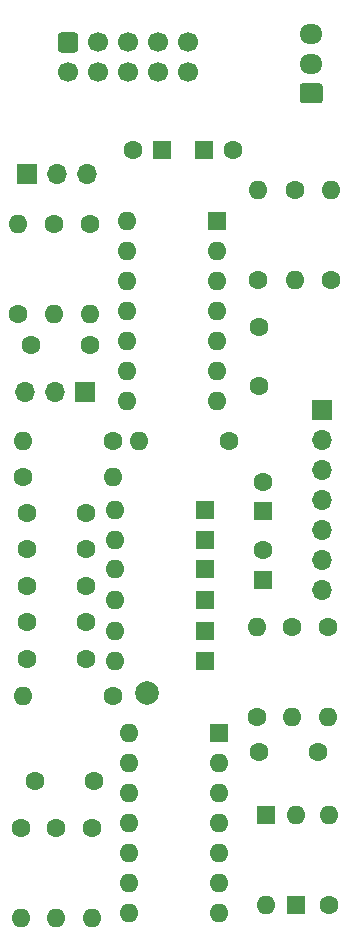
<source format=gbr>
%TF.GenerationSoftware,KiCad,Pcbnew,5.1.9+dfsg1-1~bpo10+1*%
%TF.CreationDate,2022-02-08T03:17:38+08:00*%
%TF.ProjectId,MiniVCF v1.0 - Main,4d696e69-5643-4462-9076-312e30202d20,rev?*%
%TF.SameCoordinates,Original*%
%TF.FileFunction,Soldermask,Top*%
%TF.FilePolarity,Negative*%
%FSLAX46Y46*%
G04 Gerber Fmt 4.6, Leading zero omitted, Abs format (unit mm)*
G04 Created by KiCad (PCBNEW 5.1.9+dfsg1-1~bpo10+1) date 2022-02-08 03:17:38*
%MOMM*%
%LPD*%
G01*
G04 APERTURE LIST*
%ADD10C,2.000000*%
%ADD11R,1.600000X1.600000*%
%ADD12O,1.600000X1.600000*%
%ADD13C,1.600000*%
%ADD14O,1.950000X1.700000*%
%ADD15C,1.700000*%
%ADD16O,1.700000X1.700000*%
%ADD17R,1.700000X1.700000*%
G04 APERTURE END LIST*
D10*
%TO.C,REF\u002A\u002A*%
X116713000Y-112980000D03*
%TD*%
D11*
%TO.C,U2*%
X122800000Y-116400000D03*
D12*
X115180000Y-131640000D03*
X122800000Y-118940000D03*
X115180000Y-129100000D03*
X122800000Y-121480000D03*
X115180000Y-126560000D03*
X122800000Y-124020000D03*
X115180000Y-124020000D03*
X122800000Y-126560000D03*
X115180000Y-121480000D03*
X122800000Y-129100000D03*
X115180000Y-118940000D03*
X122800000Y-131640000D03*
X115180000Y-116400000D03*
%TD*%
D11*
%TO.C,D11*%
X126800000Y-123300000D03*
D12*
X126800000Y-130920000D03*
%TD*%
D11*
%TO.C,C1*%
X126500000Y-103400000D03*
D13*
X126500000Y-100900000D03*
%TD*%
%TO.C,C7*%
X126500000Y-95100000D03*
D11*
X126500000Y-97600000D03*
%TD*%
D13*
%TO.C,C10*%
X126200000Y-82000000D03*
X126200000Y-87000000D03*
%TD*%
%TO.C,C11*%
X111900000Y-83500000D03*
X106900000Y-83500000D03*
%TD*%
%TO.C,R1*%
X132300000Y-78000000D03*
D12*
X132300000Y-70380000D03*
%TD*%
%TO.C,R2*%
X129200000Y-78020000D03*
D13*
X129200000Y-70400000D03*
%TD*%
D12*
%TO.C,R3*%
X126100000Y-70380000D03*
D13*
X126100000Y-78000000D03*
%TD*%
D12*
%TO.C,R6*%
X105750000Y-73230000D03*
D13*
X105750000Y-80850000D03*
%TD*%
D12*
%TO.C,R10*%
X108800000Y-80870000D03*
D13*
X108800000Y-73250000D03*
%TD*%
%TO.C,R12*%
X111850000Y-73250000D03*
D12*
X111850000Y-80870000D03*
%TD*%
%TO.C,U1*%
X114980000Y-73000000D03*
X122600000Y-88240000D03*
X114980000Y-75540000D03*
X122600000Y-85700000D03*
X114980000Y-78080000D03*
X122600000Y-83160000D03*
X114980000Y-80620000D03*
X122600000Y-80620000D03*
X114980000Y-83160000D03*
X122600000Y-78080000D03*
X114980000Y-85700000D03*
X122600000Y-75540000D03*
X114980000Y-88240000D03*
D11*
X122600000Y-73000000D03*
%TD*%
D13*
%TO.C,C8*%
X124000000Y-67000000D03*
D11*
X121500000Y-67000000D03*
%TD*%
%TO.C,C9*%
X118000000Y-67000000D03*
D13*
X115500000Y-67000000D03*
%TD*%
%TO.C,J1*%
G36*
G01*
X131325000Y-63050000D02*
X129875000Y-63050000D01*
G75*
G02*
X129625000Y-62800000I0J250000D01*
G01*
X129625000Y-61600000D01*
G75*
G02*
X129875000Y-61350000I250000J0D01*
G01*
X131325000Y-61350000D01*
G75*
G02*
X131575000Y-61600000I0J-250000D01*
G01*
X131575000Y-62800000D01*
G75*
G02*
X131325000Y-63050000I-250000J0D01*
G01*
G37*
D14*
X130600000Y-59700000D03*
X130600000Y-57200000D03*
%TD*%
%TO.C,J2*%
G36*
G01*
X109400000Y-57050000D02*
X110600000Y-57050000D01*
G75*
G02*
X110850000Y-57300000I0J-250000D01*
G01*
X110850000Y-58500000D01*
G75*
G02*
X110600000Y-58750000I-250000J0D01*
G01*
X109400000Y-58750000D01*
G75*
G02*
X109150000Y-58500000I0J250000D01*
G01*
X109150000Y-57300000D01*
G75*
G02*
X109400000Y-57050000I250000J0D01*
G01*
G37*
D15*
X112540000Y-57900000D03*
X115080000Y-57900000D03*
X117620000Y-57900000D03*
X120160000Y-57900000D03*
X110000000Y-60440000D03*
X112540000Y-60440000D03*
X115080000Y-60440000D03*
X117620000Y-60440000D03*
X120160000Y-60440000D03*
%TD*%
D16*
%TO.C,J7*%
X111580000Y-69000000D03*
X109040000Y-69000000D03*
D17*
X106500000Y-69000000D03*
%TD*%
%TO.C,J8*%
X131500000Y-89000000D03*
D16*
X131500000Y-91540000D03*
X131500000Y-94080000D03*
X131500000Y-96620000D03*
X131500000Y-99160000D03*
X131500000Y-101700000D03*
X131500000Y-104240000D03*
%TD*%
D17*
%TO.C,J12*%
X111400000Y-87500000D03*
D16*
X108860000Y-87500000D03*
X106320000Y-87500000D03*
%TD*%
D13*
%TO.C,C2*%
X111500000Y-97700000D03*
X106500000Y-97700000D03*
%TD*%
%TO.C,C3*%
X106500000Y-100800000D03*
X111500000Y-100800000D03*
%TD*%
%TO.C,C4*%
X106500000Y-103900000D03*
X111500000Y-103900000D03*
%TD*%
%TO.C,C5*%
X111500000Y-107000000D03*
X106500000Y-107000000D03*
%TD*%
%TO.C,C6*%
X106500000Y-110100000D03*
X111500000Y-110100000D03*
%TD*%
%TO.C,C12*%
X126200000Y-118000000D03*
X131200000Y-118000000D03*
%TD*%
%TO.C,C13*%
X112200000Y-120400000D03*
X107200000Y-120400000D03*
%TD*%
D12*
%TO.C,D1*%
X113980000Y-97500000D03*
D11*
X121600000Y-97500000D03*
%TD*%
%TO.C,D2*%
X121600000Y-100000000D03*
D12*
X113980000Y-100000000D03*
%TD*%
%TO.C,D3*%
X113980000Y-102500000D03*
D11*
X121600000Y-102500000D03*
%TD*%
D12*
%TO.C,D4*%
X114000000Y-105100000D03*
D11*
X121620000Y-105100000D03*
%TD*%
%TO.C,D5*%
X121600000Y-107700000D03*
D12*
X113980000Y-107700000D03*
%TD*%
%TO.C,D6*%
X113980000Y-110300000D03*
D11*
X121600000Y-110300000D03*
%TD*%
%TO.C,D10*%
X129300000Y-130900000D03*
D12*
X129300000Y-123280000D03*
%TD*%
%TO.C,R4*%
X106180000Y-91600000D03*
D13*
X113800000Y-91600000D03*
%TD*%
%TO.C,R5*%
X129000000Y-107400000D03*
D12*
X129000000Y-115020000D03*
%TD*%
%TO.C,R7*%
X126000000Y-107380000D03*
D13*
X126000000Y-115000000D03*
%TD*%
%TO.C,R8*%
X132000000Y-107400000D03*
D12*
X132000000Y-115020000D03*
%TD*%
%TO.C,R9*%
X113820000Y-94700000D03*
D13*
X106200000Y-94700000D03*
%TD*%
%TO.C,R11*%
X123600000Y-91600000D03*
D12*
X115980000Y-91600000D03*
%TD*%
%TO.C,R16*%
X132100000Y-123280000D03*
D13*
X132100000Y-130900000D03*
%TD*%
D12*
%TO.C,R17*%
X112000000Y-132020000D03*
D13*
X112000000Y-124400000D03*
%TD*%
%TO.C,R18*%
X113800000Y-113200000D03*
D12*
X106180000Y-113200000D03*
%TD*%
D13*
%TO.C,R19*%
X106000000Y-124400000D03*
D12*
X106000000Y-132020000D03*
%TD*%
%TO.C,R21*%
X109000000Y-132020000D03*
D13*
X109000000Y-124400000D03*
%TD*%
M02*

</source>
